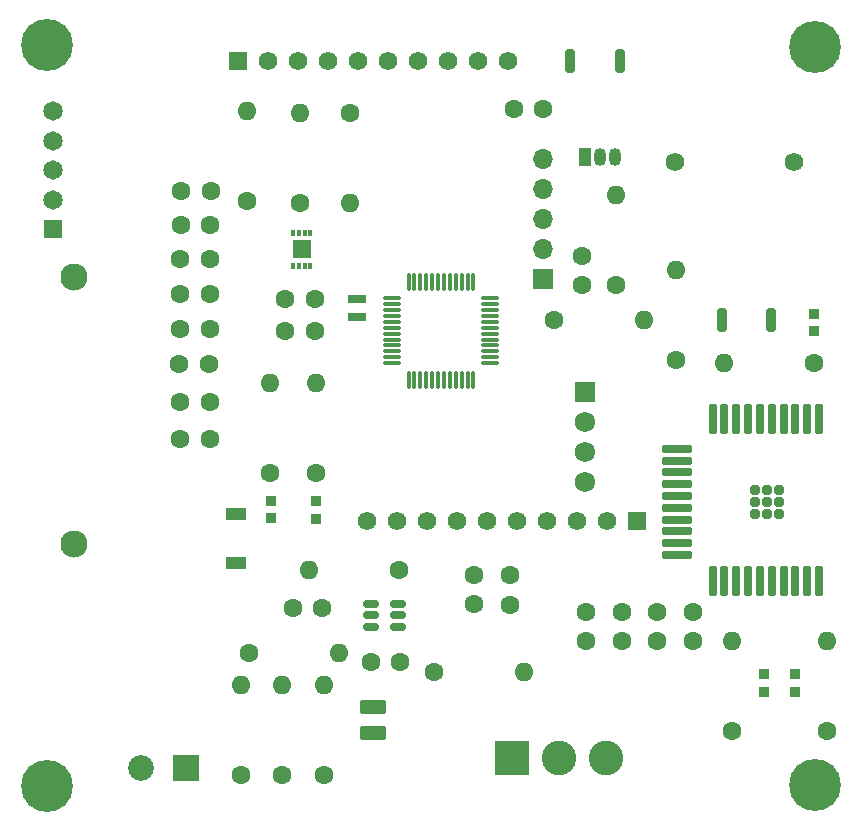
<source format=gts>
G04 #@! TF.GenerationSoftware,KiCad,Pcbnew,8.0.8*
G04 #@! TF.CreationDate,2025-04-14T11:11:05+01:00*
G04 #@! TF.ProjectId,Bat-mon_v1-Fixo,4261742d-6d6f-46e5-9f76-312d4669786f,rev?*
G04 #@! TF.SameCoordinates,Original*
G04 #@! TF.FileFunction,Soldermask,Top*
G04 #@! TF.FilePolarity,Negative*
%FSLAX46Y46*%
G04 Gerber Fmt 4.6, Leading zero omitted, Abs format (unit mm)*
G04 Created by KiCad (PCBNEW 8.0.8) date 2025-04-14 11:11:05*
%MOMM*%
%LPD*%
G01*
G04 APERTURE LIST*
G04 Aperture macros list*
%AMRoundRect*
0 Rectangle with rounded corners*
0 $1 Rounding radius*
0 $2 $3 $4 $5 $6 $7 $8 $9 X,Y pos of 4 corners*
0 Add a 4 corners polygon primitive as box body*
4,1,4,$2,$3,$4,$5,$6,$7,$8,$9,$2,$3,0*
0 Add four circle primitives for the rounded corners*
1,1,$1+$1,$2,$3*
1,1,$1+$1,$4,$5*
1,1,$1+$1,$6,$7*
1,1,$1+$1,$8,$9*
0 Add four rect primitives between the rounded corners*
20,1,$1+$1,$2,$3,$4,$5,0*
20,1,$1+$1,$4,$5,$6,$7,0*
20,1,$1+$1,$6,$7,$8,$9,0*
20,1,$1+$1,$8,$9,$2,$3,0*%
G04 Aperture macros list end*
%ADD10R,1.720000X1.120000*%
%ADD11R,1.050000X1.500000*%
%ADD12O,1.050000X1.500000*%
%ADD13C,1.600000*%
%ADD14O,1.600000X1.600000*%
%ADD15C,0.700000*%
%ADD16C,4.400000*%
%ADD17R,1.575000X1.575000*%
%ADD18C,1.575000*%
%ADD19RoundRect,0.150000X0.512500X0.150000X-0.512500X0.150000X-0.512500X-0.150000X0.512500X-0.150000X0*%
%ADD20RoundRect,0.175000X-0.175000X1.125000X-0.175000X-1.125000X0.175000X-1.125000X0.175000X1.125000X0*%
%ADD21RoundRect,0.175000X-1.125000X-0.175000X1.125000X-0.175000X1.125000X0.175000X-1.125000X0.175000X0*%
%ADD22RoundRect,0.200000X-0.200000X-0.200000X0.200000X-0.200000X0.200000X0.200000X-0.200000X0.200000X0*%
%ADD23R,0.950000X0.950000*%
%ADD24R,2.175000X2.175000*%
%ADD25C,2.175000*%
%ADD26RoundRect,0.200000X0.200000X0.800000X-0.200000X0.800000X-0.200000X-0.800000X0.200000X-0.800000X0*%
%ADD27RoundRect,0.250000X-0.850000X0.375000X-0.850000X-0.375000X0.850000X-0.375000X0.850000X0.375000X0*%
%ADD28R,1.725000X1.725000*%
%ADD29C,1.725000*%
%ADD30C,1.580000*%
%ADD31R,1.650000X1.650000*%
%ADD32C,1.650000*%
%ADD33R,1.500000X0.800000*%
%ADD34R,1.700000X1.700000*%
%ADD35O,1.700000X1.700000*%
%ADD36R,0.300000X0.600000*%
%ADD37R,1.600000X1.600000*%
%ADD38C,2.300000*%
%ADD39R,2.925000X2.925000*%
%ADD40C,2.925000*%
%ADD41RoundRect,0.075000X-0.662500X-0.075000X0.662500X-0.075000X0.662500X0.075000X-0.662500X0.075000X0*%
%ADD42RoundRect,0.075000X-0.075000X-0.662500X0.075000X-0.662500X0.075000X0.662500X-0.075000X0.662500X0*%
G04 APERTURE END LIST*
D10*
X153300000Y-89200000D03*
X153300000Y-85050000D03*
D11*
X182810000Y-54800000D03*
D12*
X184080000Y-54800000D03*
X185350000Y-54800000D03*
D13*
X151050000Y-75550000D03*
X148550000Y-75550000D03*
X154250000Y-58560000D03*
D14*
X154250000Y-50940000D03*
D13*
X182950000Y-93300000D03*
X182950000Y-95800000D03*
D15*
X200650000Y-107950000D03*
X201133274Y-106783274D03*
X201133274Y-109116726D03*
X202300000Y-106300000D03*
D16*
X202300000Y-107950000D03*
D15*
X202300000Y-109600000D03*
X203466726Y-106783274D03*
X203466726Y-109116726D03*
X203950000Y-107950000D03*
D17*
X187230000Y-85650000D03*
D18*
X184690000Y-85650000D03*
X182150000Y-85650000D03*
X179610000Y-85650000D03*
X177070000Y-85650000D03*
X174530000Y-85650000D03*
X171990000Y-85650000D03*
X169450000Y-85650000D03*
X166910000Y-85650000D03*
X164370000Y-85650000D03*
D15*
X135666726Y-108066726D03*
X136150000Y-106900000D03*
X136150000Y-109233452D03*
X137316726Y-106416726D03*
D16*
X137316726Y-108066726D03*
D15*
X137316726Y-109716726D03*
X138483452Y-106900000D03*
X138483452Y-109233452D03*
X138966726Y-108066726D03*
D13*
X185500000Y-65660000D03*
D14*
X185500000Y-58040000D03*
D13*
X154380000Y-96800000D03*
D14*
X162000000Y-96800000D03*
D13*
X148500000Y-72300000D03*
X151000000Y-72300000D03*
D19*
X167037500Y-94550000D03*
X167037500Y-93600000D03*
X167037500Y-92650000D03*
X164762500Y-92650000D03*
X164762500Y-93600000D03*
X164762500Y-94550000D03*
D20*
X202650000Y-77000000D03*
X201650000Y-77000000D03*
X200650000Y-77000000D03*
X199650000Y-77000000D03*
X198650000Y-77000000D03*
X197650000Y-77000000D03*
X196650000Y-77000000D03*
X195650000Y-77000000D03*
X194650000Y-77000000D03*
X193650000Y-77000000D03*
D21*
X190650000Y-79500000D03*
X190650000Y-80500000D03*
X190650000Y-81500000D03*
X190650000Y-82500000D03*
X190650000Y-83500000D03*
X190650000Y-84500000D03*
X190650000Y-85500000D03*
X190650000Y-86500000D03*
X190650000Y-87500000D03*
X190650000Y-88500000D03*
D20*
X193650000Y-90700000D03*
X194650000Y-90700000D03*
X195650000Y-90700000D03*
X196650000Y-90700000D03*
X197650000Y-90700000D03*
X198650000Y-90700000D03*
X199650000Y-90700000D03*
X200650000Y-90700000D03*
X201650000Y-90700000D03*
X202650000Y-90700000D03*
D22*
X199240000Y-83000000D03*
X198240000Y-83000000D03*
X197240000Y-83000000D03*
X197240000Y-84000000D03*
X197240000Y-85000000D03*
X198240000Y-85000000D03*
X199240000Y-85000000D03*
X199240000Y-84000000D03*
X198240000Y-84000000D03*
D23*
X200650000Y-98600000D03*
X200650000Y-100100000D03*
D13*
X202250000Y-72250000D03*
D14*
X194630000Y-72250000D03*
D13*
X160600000Y-93000000D03*
X158100000Y-93000000D03*
D24*
X149100000Y-106550000D03*
D25*
X145290000Y-106550000D03*
D13*
X179300000Y-50750000D03*
X176800000Y-50750000D03*
X192000000Y-93300000D03*
X192000000Y-95800000D03*
D23*
X202240000Y-68050000D03*
X202240000Y-69550000D03*
D13*
X160050000Y-81560000D03*
D14*
X160050000Y-73940000D03*
D26*
X198600000Y-68600000D03*
X194400000Y-68600000D03*
D23*
X198000000Y-98600000D03*
X198000000Y-100100000D03*
D27*
X164900000Y-101400000D03*
X164900000Y-103550000D03*
D28*
X182800000Y-74680000D03*
D29*
X182800000Y-77220000D03*
X182800000Y-79760000D03*
X182800000Y-82300000D03*
D13*
X148550000Y-69350000D03*
X151050000Y-69350000D03*
D30*
X200500000Y-55200000D03*
X190500000Y-55200000D03*
D13*
X186000000Y-93300000D03*
X186000000Y-95800000D03*
D26*
X185800000Y-46700000D03*
X181600000Y-46700000D03*
D13*
X153750000Y-107100000D03*
D14*
X153750000Y-99480000D03*
D13*
X160750000Y-107100000D03*
D14*
X160750000Y-99480000D03*
D31*
X137800000Y-60900000D03*
D32*
X137800000Y-58400000D03*
X137800000Y-55900000D03*
X137800000Y-53400000D03*
X137800000Y-50900000D03*
D13*
X195300000Y-103400000D03*
D14*
X195300000Y-95780000D03*
D33*
X163500000Y-66850000D03*
X163500000Y-68350000D03*
D13*
X157200000Y-107100000D03*
D14*
X157200000Y-99480000D03*
D34*
X179250000Y-65150000D03*
D35*
X179250000Y-62610000D03*
X179250000Y-60070000D03*
X179250000Y-57530000D03*
X179250000Y-54990000D03*
D13*
X151050000Y-78650000D03*
X148550000Y-78650000D03*
D36*
X158100000Y-64000000D03*
X158600000Y-64000000D03*
X159100000Y-64000000D03*
X159600000Y-64000000D03*
X159600000Y-61200000D03*
X159100000Y-61200000D03*
X158600000Y-61200000D03*
X158100000Y-61200000D03*
D37*
X158850000Y-62600000D03*
D13*
X158750000Y-58660000D03*
D14*
X158750000Y-51040000D03*
D13*
X180190000Y-68600000D03*
D14*
X187810000Y-68600000D03*
D13*
X159950000Y-69550000D03*
X157450000Y-69550000D03*
D38*
X139550000Y-64950000D03*
X139550000Y-87550000D03*
D13*
X167200000Y-97550000D03*
X164700000Y-97550000D03*
D39*
X176650000Y-105700000D03*
D40*
X180650000Y-105700000D03*
X184650000Y-105700000D03*
D13*
X148550000Y-63450000D03*
X151050000Y-63450000D03*
X148600000Y-60550000D03*
X151100000Y-60550000D03*
X156200000Y-81560000D03*
D14*
X156200000Y-73940000D03*
D13*
X173450000Y-90150000D03*
X173450000Y-92650000D03*
X170040000Y-98400000D03*
D14*
X177660000Y-98400000D03*
D13*
X188950000Y-93300000D03*
X188950000Y-95800000D03*
D41*
X166487500Y-66750000D03*
X166487500Y-67250000D03*
X166487500Y-67750000D03*
X166487500Y-68250000D03*
X166487500Y-68750000D03*
X166487500Y-69250000D03*
X166487500Y-69750000D03*
X166487500Y-70250000D03*
X166487500Y-70750000D03*
X166487500Y-71250000D03*
X166487500Y-71750000D03*
X166487500Y-72250000D03*
D42*
X167900000Y-73662500D03*
X168400000Y-73662500D03*
X168900000Y-73662500D03*
X169400000Y-73662500D03*
X169900000Y-73662500D03*
X170400000Y-73662500D03*
X170900000Y-73662500D03*
X171400000Y-73662500D03*
X171900000Y-73662500D03*
X172400000Y-73662500D03*
X172900000Y-73662500D03*
X173400000Y-73662500D03*
D41*
X174812500Y-72250000D03*
X174812500Y-71750000D03*
X174812500Y-71250000D03*
X174812500Y-70750000D03*
X174812500Y-70250000D03*
X174812500Y-69750000D03*
X174812500Y-69250000D03*
X174812500Y-68750000D03*
X174812500Y-68250000D03*
X174812500Y-67750000D03*
X174812500Y-67250000D03*
X174812500Y-66750000D03*
D42*
X173400000Y-65337500D03*
X172900000Y-65337500D03*
X172400000Y-65337500D03*
X171900000Y-65337500D03*
X171400000Y-65337500D03*
X170900000Y-65337500D03*
X170400000Y-65337500D03*
X169900000Y-65337500D03*
X169400000Y-65337500D03*
X168900000Y-65337500D03*
X168400000Y-65337500D03*
X167900000Y-65337500D03*
D13*
X182600000Y-63150000D03*
X182600000Y-65650000D03*
D23*
X156250000Y-85400000D03*
X156250000Y-83900000D03*
D15*
X200700000Y-45450000D03*
X201183274Y-44283274D03*
X201183274Y-46616726D03*
X202350000Y-43800000D03*
D16*
X202350000Y-45450000D03*
D15*
X202350000Y-47100000D03*
X203516726Y-44283274D03*
X203516726Y-46616726D03*
X204000000Y-45450000D03*
D17*
X153460000Y-46650000D03*
D18*
X156000000Y-46650000D03*
X158540000Y-46650000D03*
X161080000Y-46650000D03*
X163620000Y-46650000D03*
X166160000Y-46650000D03*
X168700000Y-46650000D03*
X171240000Y-46650000D03*
X173780000Y-46650000D03*
X176320000Y-46650000D03*
D13*
X162950000Y-51040000D03*
D14*
X162950000Y-58660000D03*
D13*
X159950000Y-66850000D03*
X157450000Y-66850000D03*
X148650000Y-57700000D03*
X151150000Y-57700000D03*
X176450000Y-90200000D03*
X176450000Y-92700000D03*
X190550000Y-71960000D03*
D14*
X190550000Y-64340000D03*
D23*
X160050000Y-85450000D03*
X160050000Y-83950000D03*
D13*
X203350000Y-103420000D03*
D14*
X203350000Y-95800000D03*
D15*
X135600000Y-45350000D03*
X136083274Y-44183274D03*
X136083274Y-46516726D03*
X137250000Y-43700000D03*
D16*
X137250000Y-45350000D03*
D15*
X137250000Y-47000000D03*
X138416726Y-44183274D03*
X138416726Y-46516726D03*
X138900000Y-45350000D03*
D13*
X167060000Y-89750000D03*
D14*
X159440000Y-89750000D03*
D13*
X148550000Y-66400000D03*
X151050000Y-66400000D03*
M02*

</source>
